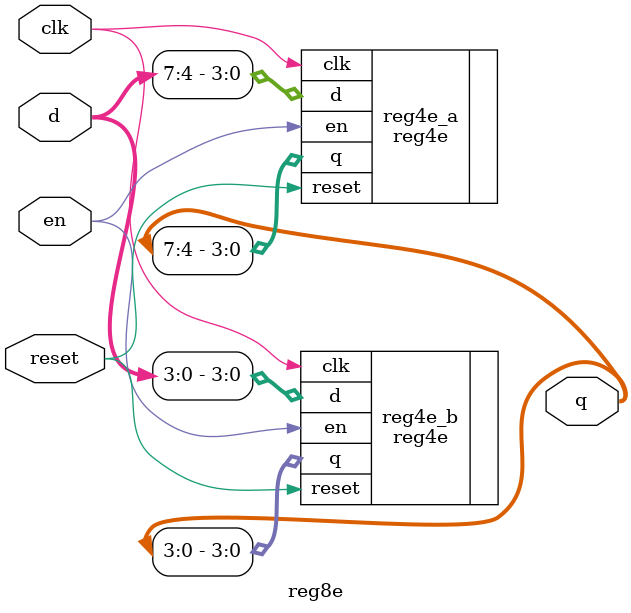
<source format=v>
`timescale 1ns / 1ps
module reg8e(
    input clk,
    input reset,
    input en,
    input [7:0] d,
    output [7:0] q
    );

	// Use 2 reg4e components to build an 8-bit register w/ enable

reg4e reg4e_a(
	.clk(clk),
   .reset(reset),
   .en(en),
   .d(d[7:4]),
   .q(q[7:4]));
	
reg4e reg4e_b(
	.clk(clk),
   .reset(reset),
   .en(en),
   .d(d[3:0]),
   .q(q[3:0]));



	
endmodule

</source>
